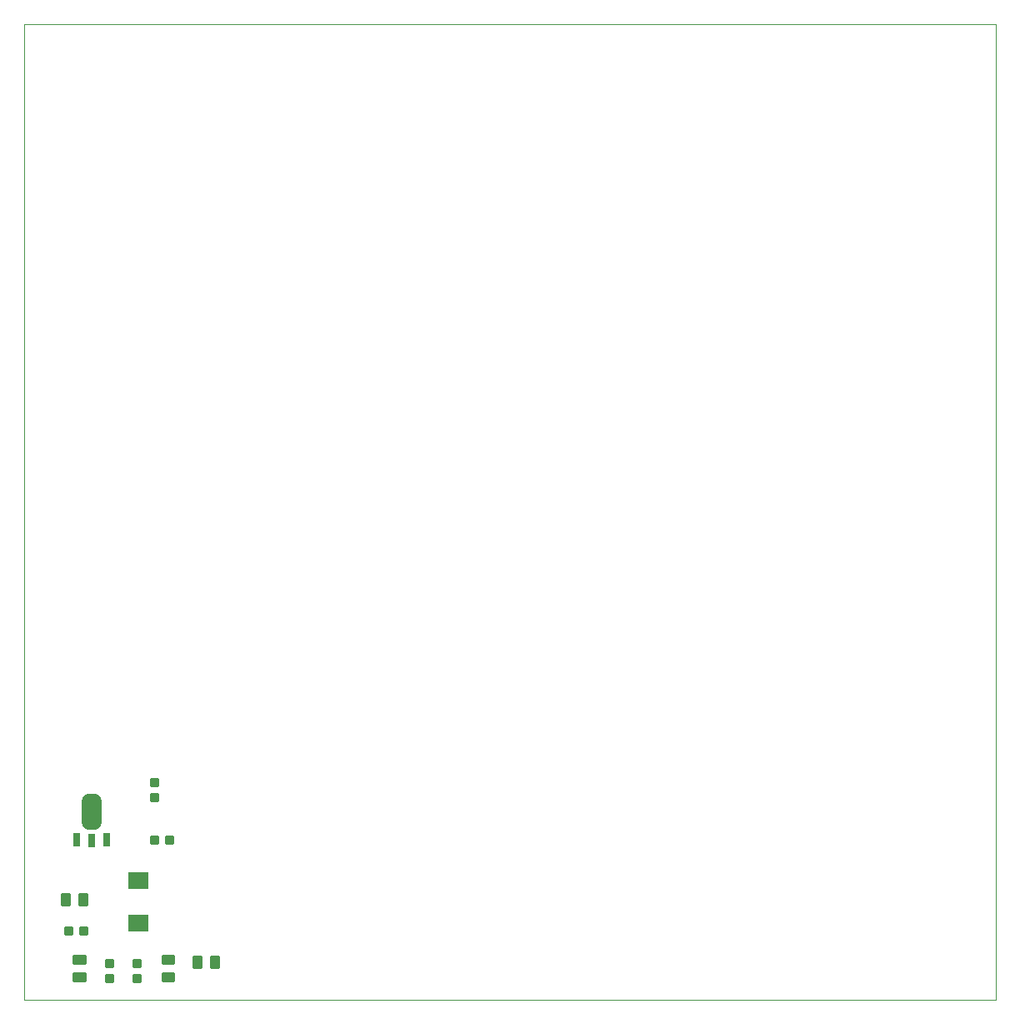
<source format=gbp>
G75*
%MOIN*%
%OFA0B0*%
%FSLAX24Y24*%
%IPPOS*%
%LPD*%
%AMOC8*
5,1,8,0,0,1.08239X$1,22.5*
%
%ADD10C,0.0000*%
%ADD11C,0.0100*%
%ADD12C,0.0088*%
%ADD13R,0.0800X0.0700*%
%ADD14R,0.0315X0.0551*%
%ADD15C,0.0600*%
D10*
X000535Y000450D02*
X000535Y039446D01*
X039405Y039446D01*
X039405Y000450D01*
X000535Y000450D01*
D11*
X002510Y001200D02*
X002510Y001500D01*
X002960Y001500D01*
X002960Y001200D01*
X002510Y001200D01*
X002510Y001299D02*
X002960Y001299D01*
X002960Y001398D02*
X002510Y001398D01*
X002510Y001497D02*
X002960Y001497D01*
X002510Y001900D02*
X002510Y002200D01*
X002960Y002200D01*
X002960Y001900D01*
X002510Y001900D01*
X002510Y001999D02*
X002960Y001999D01*
X002960Y002098D02*
X002510Y002098D01*
X002510Y002197D02*
X002960Y002197D01*
X003035Y004225D02*
X002735Y004225D01*
X002735Y004675D01*
X003035Y004675D01*
X003035Y004225D01*
X003035Y004324D02*
X002735Y004324D01*
X002735Y004423D02*
X003035Y004423D01*
X003035Y004522D02*
X002735Y004522D01*
X002735Y004621D02*
X003035Y004621D01*
X002335Y004225D02*
X002035Y004225D01*
X002035Y004675D01*
X002335Y004675D01*
X002335Y004225D01*
X002335Y004324D02*
X002035Y004324D01*
X002035Y004423D02*
X002335Y004423D01*
X002335Y004522D02*
X002035Y004522D01*
X002035Y004621D02*
X002335Y004621D01*
X006060Y002200D02*
X006060Y001900D01*
X006060Y002200D02*
X006510Y002200D01*
X006510Y001900D01*
X006060Y001900D01*
X006060Y001999D02*
X006510Y001999D01*
X006510Y002098D02*
X006060Y002098D01*
X006060Y002197D02*
X006510Y002197D01*
X006060Y001500D02*
X006060Y001200D01*
X006060Y001500D02*
X006510Y001500D01*
X006510Y001200D01*
X006060Y001200D01*
X006060Y001299D02*
X006510Y001299D01*
X006510Y001398D02*
X006060Y001398D01*
X006060Y001497D02*
X006510Y001497D01*
X007285Y001725D02*
X007585Y001725D01*
X007285Y001725D02*
X007285Y002175D01*
X007585Y002175D01*
X007585Y001725D01*
X007585Y001824D02*
X007285Y001824D01*
X007285Y001923D02*
X007585Y001923D01*
X007585Y002022D02*
X007285Y002022D01*
X007285Y002121D02*
X007585Y002121D01*
X007985Y001725D02*
X008285Y001725D01*
X007985Y001725D02*
X007985Y002175D01*
X008285Y002175D01*
X008285Y001725D01*
X008285Y001824D02*
X007985Y001824D01*
X007985Y001923D02*
X008285Y001923D01*
X008285Y002022D02*
X007985Y002022D01*
X007985Y002121D02*
X008285Y002121D01*
D12*
X005166Y002031D02*
X005166Y001769D01*
X004904Y001769D01*
X004904Y002031D01*
X005166Y002031D01*
X005166Y001856D02*
X004904Y001856D01*
X004904Y001943D02*
X005166Y001943D01*
X005166Y002030D02*
X004904Y002030D01*
X005166Y001431D02*
X005166Y001169D01*
X004904Y001169D01*
X004904Y001431D01*
X005166Y001431D01*
X005166Y001256D02*
X004904Y001256D01*
X004904Y001343D02*
X005166Y001343D01*
X005166Y001430D02*
X004904Y001430D01*
X003804Y001431D02*
X003804Y001169D01*
X003804Y001431D02*
X004066Y001431D01*
X004066Y001169D01*
X003804Y001169D01*
X003804Y001256D02*
X004066Y001256D01*
X004066Y001343D02*
X003804Y001343D01*
X003804Y001430D02*
X004066Y001430D01*
X003804Y001769D02*
X003804Y002031D01*
X004066Y002031D01*
X004066Y001769D01*
X003804Y001769D01*
X003804Y001856D02*
X004066Y001856D01*
X004066Y001943D02*
X003804Y001943D01*
X003804Y002030D02*
X004066Y002030D01*
X003016Y003069D02*
X002754Y003069D01*
X002754Y003331D01*
X003016Y003331D01*
X003016Y003069D01*
X003016Y003156D02*
X002754Y003156D01*
X002754Y003243D02*
X003016Y003243D01*
X003016Y003330D02*
X002754Y003330D01*
X002416Y003069D02*
X002154Y003069D01*
X002154Y003331D01*
X002416Y003331D01*
X002416Y003069D01*
X002416Y003156D02*
X002154Y003156D01*
X002154Y003243D02*
X002416Y003243D01*
X002416Y003330D02*
X002154Y003330D01*
X005604Y006719D02*
X005866Y006719D01*
X005604Y006719D02*
X005604Y006981D01*
X005866Y006981D01*
X005866Y006719D01*
X005866Y006806D02*
X005604Y006806D01*
X005604Y006893D02*
X005866Y006893D01*
X005866Y006980D02*
X005604Y006980D01*
X006204Y006719D02*
X006466Y006719D01*
X006204Y006719D02*
X006204Y006981D01*
X006466Y006981D01*
X006466Y006719D01*
X006466Y006806D02*
X006204Y006806D01*
X006204Y006893D02*
X006466Y006893D01*
X006466Y006980D02*
X006204Y006980D01*
X005866Y008419D02*
X005866Y008681D01*
X005866Y008419D02*
X005604Y008419D01*
X005604Y008681D01*
X005866Y008681D01*
X005866Y008506D02*
X005604Y008506D01*
X005604Y008593D02*
X005866Y008593D01*
X005866Y008680D02*
X005604Y008680D01*
X005866Y009019D02*
X005866Y009281D01*
X005866Y009019D02*
X005604Y009019D01*
X005604Y009281D01*
X005866Y009281D01*
X005866Y009106D02*
X005604Y009106D01*
X005604Y009193D02*
X005866Y009193D01*
X005866Y009280D02*
X005604Y009280D01*
D13*
X005085Y005200D03*
X005085Y003500D03*
D14*
X003835Y006850D03*
X003235Y006820D03*
X002635Y006850D03*
D15*
X003135Y008388D02*
X003335Y008388D01*
X003335Y007552D01*
X003135Y007552D01*
X003135Y008388D01*
X003135Y008151D02*
X003335Y008151D01*
M02*

</source>
